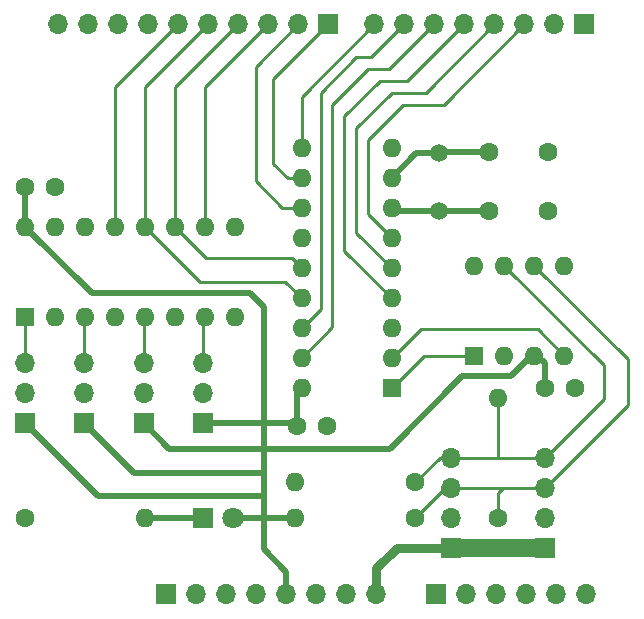
<source format=gbr>
%TF.GenerationSoftware,KiCad,Pcbnew,(5.1.9)-1*%
%TF.CreationDate,2021-10-25T23:02:33-04:00*%
%TF.ProjectId,CAN-Node-Shield,43414e2d-4e6f-4646-952d-536869656c64,rev?*%
%TF.SameCoordinates,Original*%
%TF.FileFunction,Copper,L1,Top*%
%TF.FilePolarity,Positive*%
%FSLAX46Y46*%
G04 Gerber Fmt 4.6, Leading zero omitted, Abs format (unit mm)*
G04 Created by KiCad (PCBNEW (5.1.9)-1) date 2021-10-25 23:02:33*
%MOMM*%
%LPD*%
G01*
G04 APERTURE LIST*
%TA.AperFunction,ComponentPad*%
%ADD10C,1.600000*%
%TD*%
%TA.AperFunction,ComponentPad*%
%ADD11O,1.600000X1.600000*%
%TD*%
%TA.AperFunction,ComponentPad*%
%ADD12R,1.600000X1.600000*%
%TD*%
%TA.AperFunction,ComponentPad*%
%ADD13R,1.800000X1.800000*%
%TD*%
%TA.AperFunction,ComponentPad*%
%ADD14C,1.800000*%
%TD*%
%TA.AperFunction,ComponentPad*%
%ADD15R,1.700000X1.700000*%
%TD*%
%TA.AperFunction,ComponentPad*%
%ADD16O,1.700000X1.700000*%
%TD*%
%TA.AperFunction,ComponentPad*%
%ADD17C,1.500000*%
%TD*%
%TA.AperFunction,Conductor*%
%ADD18C,0.250000*%
%TD*%
%TA.AperFunction,Conductor*%
%ADD19C,0.500000*%
%TD*%
%TA.AperFunction,Conductor*%
%ADD20C,1.500000*%
%TD*%
%TA.AperFunction,Conductor*%
%ADD21C,0.750000*%
%TD*%
G04 APERTURE END LIST*
D10*
%TO.P,R4,1*%
%TO.N,Net-(J1-Pad3)*%
X158000000Y-90000000D03*
D11*
%TO.P,R4,2*%
%TO.N,Net-(J1-Pad4)*%
X158000000Y-79840000D03*
%TD*%
D12*
%TO.P,U1,1*%
%TO.N,Net-(U1-Pad1)*%
X156000000Y-76250000D03*
D11*
%TO.P,U1,5*%
%TO.N,Net-(U1-Pad5)*%
X163620000Y-68630000D03*
%TO.P,U1,2*%
%TO.N,GND*%
X158540000Y-76250000D03*
%TO.P,U1,6*%
%TO.N,Net-(J1-Pad3)*%
X161080000Y-68630000D03*
%TO.P,U1,3*%
%TO.N,+5V*%
X161080000Y-76250000D03*
%TO.P,U1,7*%
%TO.N,Net-(J1-Pad4)*%
X158540000Y-68630000D03*
%TO.P,U1,4*%
%TO.N,Net-(U1-Pad4)*%
X163620000Y-76250000D03*
%TO.P,U1,8*%
%TO.N,GND*%
X156000000Y-68630000D03*
%TD*%
D10*
%TO.P,R3,1*%
%TO.N,GND*%
X118000000Y-90000000D03*
D11*
%TO.P,R3,2*%
%TO.N,Net-(D1-Pad1)*%
X128160000Y-90000000D03*
%TD*%
D10*
%TO.P,R2,1*%
%TO.N,Net-(J1-Pad3)*%
X151000000Y-90000000D03*
D11*
%TO.P,R2,2*%
%TO.N,+5V*%
X140840000Y-90000000D03*
%TD*%
D10*
%TO.P,R1,1*%
%TO.N,Net-(J1-Pad4)*%
X151000000Y-87000000D03*
D11*
%TO.P,R1,2*%
%TO.N,GND*%
X140840000Y-87000000D03*
%TD*%
D13*
%TO.P,D1,1*%
%TO.N,Net-(D1-Pad1)*%
X133000000Y-90000000D03*
D14*
%TO.P,D1,2*%
%TO.N,+5V*%
X135540000Y-90000000D03*
%TD*%
D10*
%TO.P,C5,1*%
%TO.N,+5V*%
X141000000Y-82250000D03*
%TO.P,C5,2*%
%TO.N,GND*%
X143500000Y-82250000D03*
%TD*%
%TO.P,C4,1*%
%TO.N,+5V*%
X118000000Y-62000000D03*
%TO.P,C4,2*%
%TO.N,GND*%
X120500000Y-62000000D03*
%TD*%
%TO.P,C3,1*%
%TO.N,+5V*%
X162000000Y-79000000D03*
%TO.P,C3,2*%
%TO.N,GND*%
X164500000Y-79000000D03*
%TD*%
%TO.P,C2,1*%
%TO.N,GND*%
X162250000Y-59000000D03*
%TO.P,C2,2*%
%TO.N,Net-(C2-Pad2)*%
X157250000Y-59000000D03*
%TD*%
%TO.P,C1,1*%
%TO.N,GND*%
X162250000Y-64000000D03*
%TO.P,C1,2*%
%TO.N,Net-(C1-Pad2)*%
X157250000Y-64000000D03*
%TD*%
D12*
%TO.P,U2,1*%
%TO.N,Net-(U1-Pad1)*%
X149000000Y-79000000D03*
D11*
%TO.P,U2,10*%
%TO.N,Net-(J9-Pad8)*%
X141380000Y-58680000D03*
%TO.P,U2,2*%
%TO.N,Net-(U1-Pad4)*%
X149000000Y-76460000D03*
%TO.P,U2,11*%
%TO.N,Net-(J10-Pad1)*%
X141380000Y-61220000D03*
%TO.P,U2,3*%
%TO.N,Net-(U2-Pad3)*%
X149000000Y-73920000D03*
%TO.P,U2,12*%
%TO.N,Net-(J10-Pad2)*%
X141380000Y-63760000D03*
%TO.P,U2,4*%
%TO.N,Net-(J9-Pad5)*%
X149000000Y-71380000D03*
%TO.P,U2,13*%
%TO.N,Net-(J10-Pad6)*%
X141380000Y-66300000D03*
%TO.P,U2,5*%
%TO.N,Net-(J9-Pad4)*%
X149000000Y-68840000D03*
%TO.P,U2,14*%
%TO.N,Net-(J10-Pad4)*%
X141380000Y-68840000D03*
%TO.P,U2,6*%
%TO.N,Net-(J9-Pad3)*%
X149000000Y-66300000D03*
%TO.P,U2,15*%
%TO.N,Net-(J10-Pad5)*%
X141380000Y-71380000D03*
%TO.P,U2,7*%
%TO.N,Net-(C1-Pad2)*%
X149000000Y-63760000D03*
%TO.P,U2,16*%
%TO.N,Net-(J9-Pad7)*%
X141380000Y-73920000D03*
%TO.P,U2,8*%
%TO.N,Net-(C2-Pad2)*%
X149000000Y-61220000D03*
%TO.P,U2,17*%
%TO.N,Net-(J9-Pad6)*%
X141380000Y-76460000D03*
%TO.P,U2,9*%
%TO.N,GND*%
X149000000Y-58680000D03*
%TO.P,U2,18*%
%TO.N,+5V*%
X141380000Y-79000000D03*
%TD*%
D15*
%TO.P,J6,1*%
%TO.N,+5V*%
X133000000Y-82000000D03*
D16*
%TO.P,J6,2*%
%TO.N,GND*%
X133000000Y-79460000D03*
%TO.P,J6,3*%
%TO.N,Net-(J6-Pad3)*%
X133000000Y-76920000D03*
%TD*%
D12*
%TO.P,U3,1*%
%TO.N,Net-(J3-Pad3)*%
X118000000Y-73000000D03*
D11*
%TO.P,U3,9*%
%TO.N,GND*%
X135780000Y-65380000D03*
%TO.P,U3,2*%
X120540000Y-73000000D03*
%TO.P,U3,10*%
%TO.N,Net-(J10-Pad3)*%
X133240000Y-65380000D03*
%TO.P,U3,3*%
%TO.N,Net-(J4-Pad3)*%
X123080000Y-73000000D03*
%TO.P,U3,11*%
%TO.N,Net-(J10-Pad4)*%
X130700000Y-65380000D03*
%TO.P,U3,4*%
%TO.N,GND*%
X125620000Y-73000000D03*
%TO.P,U3,12*%
%TO.N,Net-(J10-Pad5)*%
X128160000Y-65380000D03*
%TO.P,U3,5*%
%TO.N,Net-(J5-Pad3)*%
X128160000Y-73000000D03*
%TO.P,U3,13*%
%TO.N,Net-(J10-Pad6)*%
X125620000Y-65380000D03*
%TO.P,U3,6*%
%TO.N,GND*%
X130700000Y-73000000D03*
%TO.P,U3,14*%
X123080000Y-65380000D03*
%TO.P,U3,7*%
%TO.N,Net-(J6-Pad3)*%
X133240000Y-73000000D03*
%TO.P,U3,15*%
%TO.N,+5V*%
X120540000Y-65380000D03*
%TO.P,U3,8*%
%TO.N,GND*%
X135780000Y-73000000D03*
%TO.P,U3,16*%
%TO.N,+5V*%
X118000000Y-65380000D03*
%TD*%
D17*
%TO.P,Y1,1*%
%TO.N,Net-(C1-Pad2)*%
X153000000Y-64000000D03*
%TO.P,Y1,2*%
%TO.N,Net-(C2-Pad2)*%
X153000000Y-59120000D03*
%TD*%
D15*
%TO.P,J10,1*%
%TO.N,Net-(J10-Pad1)*%
X143656000Y-48200000D03*
D16*
%TO.P,J10,2*%
%TO.N,Net-(J10-Pad2)*%
X141116000Y-48200000D03*
%TO.P,J10,3*%
%TO.N,Net-(J10-Pad3)*%
X138576000Y-48200000D03*
%TO.P,J10,4*%
%TO.N,Net-(J10-Pad4)*%
X136036000Y-48200000D03*
%TO.P,J10,5*%
%TO.N,Net-(J10-Pad5)*%
X133496000Y-48200000D03*
%TO.P,J10,6*%
%TO.N,Net-(J10-Pad6)*%
X130956000Y-48200000D03*
%TO.P,J10,7*%
%TO.N,GND*%
X128416000Y-48200000D03*
%TO.P,J10,8*%
%TO.N,Net-(J10-Pad8)*%
X125876000Y-48200000D03*
%TO.P,J10,9*%
%TO.N,Net-(J10-Pad9)*%
X123336000Y-48200000D03*
%TO.P,J10,10*%
%TO.N,Net-(J10-Pad10)*%
X120796000Y-48200000D03*
%TD*%
D15*
%TO.P,J9,1*%
%TO.N,Net-(J9-Pad1)*%
X165300000Y-48200000D03*
D16*
%TO.P,J9,2*%
%TO.N,Net-(J9-Pad2)*%
X162760000Y-48200000D03*
%TO.P,J9,3*%
%TO.N,Net-(J9-Pad3)*%
X160220000Y-48200000D03*
%TO.P,J9,4*%
%TO.N,Net-(J9-Pad4)*%
X157680000Y-48200000D03*
%TO.P,J9,5*%
%TO.N,Net-(J9-Pad5)*%
X155140000Y-48200000D03*
%TO.P,J9,6*%
%TO.N,Net-(J9-Pad6)*%
X152600000Y-48200000D03*
%TO.P,J9,7*%
%TO.N,Net-(J9-Pad7)*%
X150060000Y-48200000D03*
%TO.P,J9,8*%
%TO.N,Net-(J9-Pad8)*%
X147520000Y-48200000D03*
%TD*%
D15*
%TO.P,J8,1*%
%TO.N,Net-(J8-Pad1)*%
X152800000Y-96460000D03*
D16*
%TO.P,J8,2*%
%TO.N,Net-(J8-Pad2)*%
X155340000Y-96460000D03*
%TO.P,J8,3*%
%TO.N,Net-(J8-Pad3)*%
X157880000Y-96460000D03*
%TO.P,J8,4*%
%TO.N,Net-(J8-Pad4)*%
X160420000Y-96460000D03*
%TO.P,J8,5*%
%TO.N,Net-(J8-Pad5)*%
X162960000Y-96460000D03*
%TO.P,J8,6*%
%TO.N,Net-(J8-Pad6)*%
X165500000Y-96460000D03*
%TD*%
D15*
%TO.P,J7,1*%
%TO.N,Net-(J7-Pad1)*%
X129940000Y-96460000D03*
D16*
%TO.P,J7,2*%
%TO.N,Net-(J7-Pad2)*%
X132480000Y-96460000D03*
%TO.P,J7,3*%
%TO.N,Net-(J7-Pad3)*%
X135020000Y-96460000D03*
%TO.P,J7,4*%
%TO.N,Net-(J7-Pad4)*%
X137560000Y-96460000D03*
%TO.P,J7,5*%
%TO.N,+5V*%
X140100000Y-96460000D03*
%TO.P,J7,6*%
%TO.N,GND*%
X142640000Y-96460000D03*
%TO.P,J7,7*%
X145180000Y-96460000D03*
%TO.P,J7,8*%
%TO.N,+12V*%
X147720000Y-96460000D03*
%TD*%
D15*
%TO.P,J5,1*%
%TO.N,+5V*%
X128000000Y-82000000D03*
D16*
%TO.P,J5,2*%
%TO.N,GND*%
X128000000Y-79460000D03*
%TO.P,J5,3*%
%TO.N,Net-(J5-Pad3)*%
X128000000Y-76920000D03*
%TD*%
D15*
%TO.P,J4,1*%
%TO.N,+5V*%
X123000000Y-82000000D03*
D16*
%TO.P,J4,2*%
%TO.N,GND*%
X123000000Y-79460000D03*
%TO.P,J4,3*%
%TO.N,Net-(J4-Pad3)*%
X123000000Y-76920000D03*
%TD*%
D15*
%TO.P,J3,1*%
%TO.N,+5V*%
X118000000Y-82000000D03*
D16*
%TO.P,J3,2*%
%TO.N,GND*%
X118000000Y-79460000D03*
%TO.P,J3,3*%
%TO.N,Net-(J3-Pad3)*%
X118000000Y-76920000D03*
%TD*%
D15*
%TO.P,J2,1*%
%TO.N,+12V*%
X154000000Y-92520000D03*
D16*
%TO.P,J2,2*%
%TO.N,GND*%
X154000000Y-89980000D03*
%TO.P,J2,3*%
%TO.N,Net-(J1-Pad3)*%
X154000000Y-87440000D03*
%TO.P,J2,4*%
%TO.N,Net-(J1-Pad4)*%
X154000000Y-84900000D03*
%TD*%
D15*
%TO.P,J1,1*%
%TO.N,+12V*%
X162000000Y-92520000D03*
D16*
%TO.P,J1,2*%
%TO.N,GND*%
X162000000Y-89980000D03*
%TO.P,J1,3*%
%TO.N,Net-(J1-Pad3)*%
X162000000Y-87440000D03*
%TO.P,J1,4*%
%TO.N,Net-(J1-Pad4)*%
X162000000Y-84900000D03*
%TD*%
D18*
%TO.N,Net-(C1-Pad2)*%
X149220000Y-63980000D02*
X149000000Y-63760000D01*
X149240000Y-64000000D02*
X149000000Y-63760000D01*
D19*
X153000000Y-64000000D02*
X149240000Y-64000000D01*
X157000000Y-64000000D02*
X153000000Y-64000000D01*
%TO.N,Net-(C2-Pad2)*%
X151100000Y-59120000D02*
X149000000Y-61220000D01*
X153000000Y-59120000D02*
X151100000Y-59120000D01*
D18*
X153120000Y-59000000D02*
X153000000Y-59120000D01*
D19*
X157000000Y-59000000D02*
X153120000Y-59000000D01*
D18*
%TO.N,+5V*%
X141155000Y-78775000D02*
X141380000Y-79000000D01*
D19*
X138160000Y-72160000D02*
X137000000Y-71000000D01*
X123620000Y-71000000D02*
X118000000Y-65380000D01*
X137000000Y-71000000D02*
X123620000Y-71000000D01*
D18*
X138320000Y-78000000D02*
X138160000Y-77840000D01*
D19*
X138160000Y-77840000D02*
X138160000Y-72160000D01*
X138160000Y-81840000D02*
X138160000Y-77840000D01*
D18*
X141000000Y-79380000D02*
X141380000Y-79000000D01*
D19*
X141000000Y-82000000D02*
X141000000Y-79380000D01*
X118000000Y-62000000D02*
X118000000Y-65380000D01*
X130160000Y-84160000D02*
X138160000Y-84160000D01*
X127160000Y-86160000D02*
X138160000Y-86160000D01*
X124160000Y-88160000D02*
X138160000Y-88160000D01*
D18*
X138320000Y-82000000D02*
X138160000Y-82160000D01*
D19*
X141000000Y-82000000D02*
X138320000Y-82000000D01*
X138160000Y-82160000D02*
X138160000Y-81840000D01*
X138160000Y-84160000D02*
X138160000Y-82160000D01*
D18*
X161000000Y-76000000D02*
X161080000Y-76000000D01*
D19*
X162000000Y-76920000D02*
X161080000Y-76000000D01*
X162000000Y-79000000D02*
X162000000Y-76920000D01*
X138160000Y-84160000D02*
X148840000Y-84160000D01*
X148840000Y-84160000D02*
X155000000Y-78000000D01*
X159080000Y-78000000D02*
X161080000Y-76000000D01*
X155000000Y-78000000D02*
X159080000Y-78000000D01*
X135540000Y-90000000D02*
X138000000Y-90000000D01*
X140840000Y-90000000D02*
X138320000Y-90000000D01*
X138160000Y-86160000D02*
X138160000Y-84160000D01*
X138160000Y-88160000D02*
X138160000Y-87840000D01*
D18*
X138240000Y-87080000D02*
X138160000Y-87160000D01*
D19*
X138160000Y-87840000D02*
X138160000Y-87160000D01*
X138160000Y-87160000D02*
X138160000Y-86840000D01*
X138160000Y-86840000D02*
X138160000Y-86160000D01*
X138160000Y-88840000D02*
X138160000Y-88160000D01*
D18*
X138000000Y-90000000D02*
X138160000Y-89840000D01*
X138320000Y-90000000D02*
X138160000Y-90160000D01*
D19*
X138160000Y-89840000D02*
X138160000Y-90160000D01*
X138160000Y-88840000D02*
X138160000Y-89840000D01*
X138160000Y-91840000D02*
X138160000Y-92160000D01*
X138160000Y-90160000D02*
X138160000Y-91840000D01*
X140100000Y-94600000D02*
X140100000Y-96460000D01*
X138160000Y-92660000D02*
X140100000Y-94600000D01*
X138160000Y-92160000D02*
X138160000Y-92660000D01*
X133000000Y-82000000D02*
X138320000Y-82000000D01*
X130160000Y-84160000D02*
X128000000Y-82000000D01*
X123000000Y-82000000D02*
X127160000Y-86160000D01*
X124160000Y-88160000D02*
X118000000Y-82000000D01*
%TO.N,Net-(D1-Pad1)*%
X133000000Y-90000000D02*
X128160000Y-90000000D01*
D18*
%TO.N,Net-(J1-Pad4)*%
X158100000Y-84900000D02*
X154000000Y-84900000D01*
X162000000Y-84900000D02*
X158100000Y-84900000D01*
X158540000Y-68540000D02*
X158540000Y-68380000D01*
X153100000Y-84900000D02*
X154000000Y-84900000D01*
X151000000Y-87000000D02*
X153100000Y-84900000D01*
X158000000Y-84800000D02*
X158100000Y-84900000D01*
X158000000Y-79840000D02*
X158000000Y-84800000D01*
X162000000Y-84900000D02*
X167000000Y-79900000D01*
X167000000Y-77090000D02*
X158540000Y-68630000D01*
X167000000Y-79900000D02*
X167000000Y-77090000D01*
%TO.N,Net-(J1-Pad3)*%
X158440000Y-87440000D02*
X154000000Y-87440000D01*
X162000000Y-87440000D02*
X158440000Y-87440000D01*
X153560000Y-87440000D02*
X154000000Y-87440000D01*
X151000000Y-90000000D02*
X153560000Y-87440000D01*
X158000000Y-87880000D02*
X158440000Y-87440000D01*
X158000000Y-90000000D02*
X158000000Y-87880000D01*
X162000000Y-87440000D02*
X169000000Y-80440000D01*
X169000000Y-76550000D02*
X161080000Y-68630000D01*
X169000000Y-80440000D02*
X169000000Y-76550000D01*
%TO.N,+12V*%
X162000000Y-92520000D02*
X161480000Y-92520000D01*
D20*
X162000000Y-92520000D02*
X154000000Y-92520000D01*
D21*
X147720000Y-96460000D02*
X147720000Y-94280000D01*
X149480000Y-92520000D02*
X154000000Y-92520000D01*
X147720000Y-94280000D02*
X149480000Y-92520000D01*
D18*
%TO.N,Net-(J9-Pad8)*%
X141380000Y-58680000D02*
X141380000Y-54340000D01*
X141380000Y-54340000D02*
X147520000Y-48200000D01*
%TO.N,Net-(J9-Pad7)*%
X146000000Y-51000000D02*
X147260000Y-51000000D01*
X143000000Y-54000000D02*
X146000000Y-51000000D01*
X143000000Y-72300000D02*
X143000000Y-54000000D01*
X141380000Y-73920000D02*
X143000000Y-72300000D01*
X147260000Y-51000000D02*
X150060000Y-48200000D01*
%TO.N,Net-(J9-Pad6)*%
X147000000Y-52000000D02*
X148800000Y-52000000D01*
X144000000Y-55000000D02*
X147000000Y-52000000D01*
X144000000Y-73840000D02*
X144000000Y-55000000D01*
X141380000Y-76460000D02*
X144000000Y-73840000D01*
X148800000Y-52000000D02*
X152600000Y-48200000D01*
%TO.N,Net-(J9-Pad5)*%
X148000000Y-53000000D02*
X150340000Y-53000000D01*
X145000000Y-56000000D02*
X148000000Y-53000000D01*
X145000000Y-67380000D02*
X145000000Y-56000000D01*
X149000000Y-71380000D02*
X145000000Y-67380000D01*
X150340000Y-53000000D02*
X155140000Y-48200000D01*
%TO.N,Net-(J9-Pad4)*%
X146000000Y-65840000D02*
X146000000Y-57000000D01*
X149000000Y-68840000D02*
X146000000Y-65840000D01*
X146000000Y-57000000D02*
X149000000Y-54000000D01*
X149000000Y-54000000D02*
X151880000Y-54000000D01*
X151880000Y-54000000D02*
X157680000Y-48200000D01*
%TO.N,Net-(J9-Pad3)*%
X149000000Y-66300000D02*
X147000000Y-64300000D01*
X147000000Y-64300000D02*
X147000000Y-58000000D01*
X153420000Y-55000000D02*
X150000000Y-55000000D01*
X147000000Y-58000000D02*
X150000000Y-55000000D01*
X160220000Y-48200000D02*
X153420000Y-55000000D01*
%TO.N,Net-(J10-Pad6)*%
X125620000Y-65380000D02*
X125620000Y-53536000D01*
X125620000Y-53536000D02*
X130956000Y-48200000D01*
%TO.N,Net-(J10-Pad5)*%
X128160000Y-65380000D02*
X132780000Y-70000000D01*
X140000000Y-70000000D02*
X141380000Y-71380000D01*
X132780000Y-70000000D02*
X140000000Y-70000000D01*
X128160000Y-65380000D02*
X128160000Y-53536000D01*
X128160000Y-53536000D02*
X133496000Y-48200000D01*
%TO.N,Net-(J10-Pad4)*%
X130700000Y-65380000D02*
X133320000Y-68000000D01*
X140540000Y-68000000D02*
X141380000Y-68840000D01*
X133320000Y-68000000D02*
X140540000Y-68000000D01*
X130700000Y-65380000D02*
X130700000Y-53536000D01*
X130700000Y-53536000D02*
X136036000Y-48200000D01*
%TO.N,Net-(J10-Pad3)*%
X133240000Y-65380000D02*
X133240000Y-53536000D01*
X133240000Y-53536000D02*
X138576000Y-48200000D01*
%TO.N,Net-(J10-Pad2)*%
X141380000Y-63760000D02*
X139760000Y-63760000D01*
X139760000Y-63760000D02*
X137500000Y-61500000D01*
X137500000Y-61500000D02*
X137500000Y-51816000D01*
X137500000Y-51816000D02*
X141116000Y-48200000D01*
%TO.N,Net-(J10-Pad1)*%
X139000000Y-60000000D02*
X139000000Y-52856000D01*
X140220000Y-61220000D02*
X139000000Y-60000000D01*
X141380000Y-61220000D02*
X140220000Y-61220000D01*
X139000000Y-52856000D02*
X143656000Y-48200000D01*
%TO.N,Net-(U1-Pad4)*%
X151460000Y-74000000D02*
X149000000Y-76460000D01*
X161370000Y-74000000D02*
X163620000Y-76250000D01*
X151460000Y-74000000D02*
X161370000Y-74000000D01*
%TO.N,Net-(U1-Pad1)*%
X149020000Y-79020000D02*
X149000000Y-79000000D01*
X151750000Y-76250000D02*
X156000000Y-76250000D01*
X149000000Y-79000000D02*
X151750000Y-76250000D01*
%TO.N,Net-(J3-Pad3)*%
X118000000Y-76920000D02*
X118000000Y-73000000D01*
%TO.N,Net-(J4-Pad3)*%
X123000000Y-73080000D02*
X123080000Y-73000000D01*
X123000000Y-76920000D02*
X123000000Y-73080000D01*
%TO.N,Net-(J5-Pad3)*%
X128000000Y-73160000D02*
X128160000Y-73000000D01*
X128000000Y-76920000D02*
X128000000Y-73160000D01*
%TO.N,Net-(J6-Pad3)*%
X133000000Y-73240000D02*
X133240000Y-73000000D01*
X133000000Y-76920000D02*
X133000000Y-73240000D01*
%TD*%
M02*

</source>
